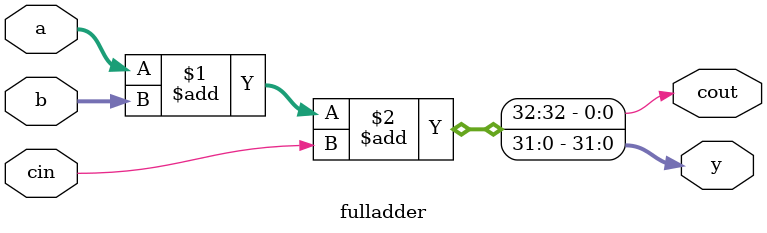
<source format=v>
`timescale 1ns / 1ps
module fulladder # (parameter N = 32 )
                (input [N-1:0] a, b,
                 input          cin,
                 output [N-1:0] y,
                 output         cout);
    assign # 1 {cout, y} = a + b + cin;
endmodule // fulladder

</source>
